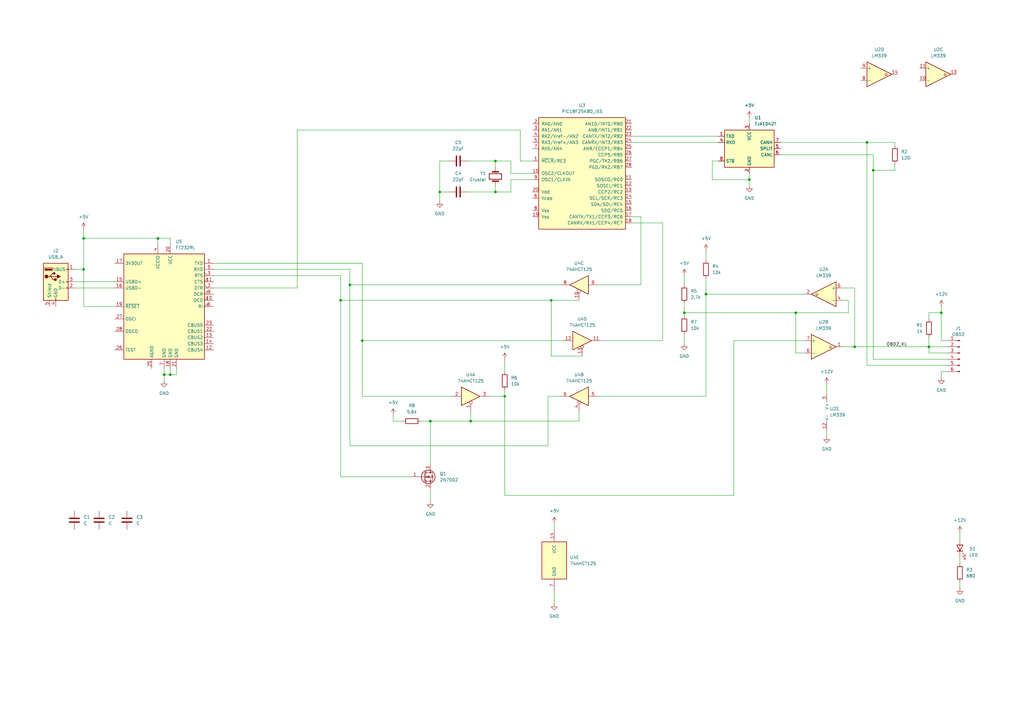
<source format=kicad_sch>
(kicad_sch (version 20250114) (generator "eeschema") (generator_version "9.0")
  (paper "A3")
  (lib_symbols
    (symbol "74xx:74AHCT125" (pin_names (offset 1.016))
      (property "Reference" "U" (at 0 1.27 0))
      (property "Value" "74AHCT125" (at 0 -1.27 0))
      (symbol "74AHCT125_1_0"
        (polyline (pts (xy -3.81 3.81) (xy -3.81 -3.81) (xy 3.81 0) (xy -3.81 3.81)) (stroke (width 0.254)) (fill (type background)))
        (pin input line (at -7.62 0 0) (length 3.81) (name "~") (number "2"))
        (pin input inverted (at 0 -6.35 90) (length 4.445) (name "~") (number "1"))
        (pin tri_state line (at 7.62 0 180) (length 3.81) (name "~") (number "3"))
      )
      (symbol "74AHCT125_2_0"
        (polyline (pts (xy -3.81 3.81) (xy -3.81 -3.81) (xy 3.81 0) (xy -3.81 3.81)) (stroke (width 0.254)) (fill (type background)))
        (pin input line (at -7.62 0 0) (length 3.81) (name "~") (number "5"))
        (pin input inverted (at 0 -6.35 90) (length 4.445) (name "~") (number "4"))
        (pin tri_state line (at 7.62 0 180) (length 3.81) (name "~") (number "6"))
      )
      (symbol "74AHCT125_3_0"
        (polyline (pts (xy -3.81 3.81) (xy -3.81 -3.81) (xy 3.81 0) (xy -3.81 3.81)) (stroke (width 0.254)) (fill (type background)))
        (pin input line (at -7.62 0 0) (length 3.81) (name "~") (number "9"))
        (pin input inverted (at 0 -6.35 90) (length 4.445) (name "~") (number "10"))
        (pin tri_state line (at 7.62 0 180) (length 3.81) (name "~") (number "8"))
      )
      (symbol "74AHCT125_4_0"
        (polyline (pts (xy -3.81 3.81) (xy -3.81 -3.81) (xy 3.81 0) (xy -3.81 3.81)) (stroke (width 0.254)) (fill (type background)))
        (pin input line (at -7.62 0 0) (length 3.81) (name "~") (number "12"))
        (pin input inverted (at 0 -6.35 90) (length 4.445) (name "~") (number "13"))
        (pin tri_state line (at 7.62 0 180) (length 3.81) (name "~") (number "11"))
      )
      (symbol "74AHCT125_5_0"
        (pin power_in line (at 0 12.7 270) (length 5.08) (name "VCC") (number "14"))
        (pin power_in line (at 0 -12.7 90) (length 5.08) (name "GND") (number "7"))
      )
      (symbol "74AHCT125_5_1"
        (rectangle (start -5.08 7.62) (end 5.08 -7.62) (stroke (width 0.254)) (fill (type background)))
      )
    )
    (symbol "Comparator:LM339" (pin_names (offset 0.127))
      (property "Reference" "U" (at 0 5.08 0))
      (property "Value" "LM339" (at 0 -5.08 0))
      (symbol "LM339_1_1"
        (polyline (pts (xy -5.08 5.08) (xy 5.08 0) (xy -5.08 -5.08) (xy -5.08 5.08)) (stroke (width 0.254)) (fill (type background)))
        (polyline (pts (xy 3.302 -0.508) (xy 2.794 -0.508) (xy 3.302 0) (xy 2.794 0.508) (xy 2.286 0) (xy 2.794 -0.508) (xy 2.286 -0.508)) (stroke (width 0.127)))
        (pin input line (at -7.62 2.54 0) (length 2.54) (name "+") (number "5"))
        (pin input line (at -7.62 -2.54 0) (length 2.54) (name "-") (number "4"))
        (pin open_collector line (at 7.62 0 180) (length 2.54) (name "~") (number "2"))
      )
      (symbol "LM339_2_1"
        (polyline (pts (xy -5.08 5.08) (xy 5.08 0) (xy -5.08 -5.08) (xy -5.08 5.08)) (stroke (width 0.254)) (fill (type background)))
        (polyline (pts (xy 3.302 -0.508) (xy 2.794 -0.508) (xy 3.302 0) (xy 2.794 0.508) (xy 2.286 0) (xy 2.794 -0.508) (xy 2.286 -0.508)) (stroke (width 0.127)))
        (pin input line (at -7.62 2.54 0) (length 2.54) (name "+") (number "7"))
        (pin input line (at -7.62 -2.54 0) (length 2.54) (name "-") (number "6"))
        (pin open_collector line (at 7.62 0 180) (length 2.54) (name "~") (number "1"))
      )
      (symbol "LM339_3_1"
        (polyline (pts (xy -5.08 5.08) (xy 5.08 0) (xy -5.08 -5.08) (xy -5.08 5.08)) (stroke (width 0.254)) (fill (type background)))
        (polyline (pts (xy 3.302 -0.508) (xy 2.794 -0.508) (xy 3.302 0) (xy 2.794 0.508) (xy 2.286 0) (xy 2.794 -0.508) (xy 2.286 -0.508)) (stroke (width 0.127)))
        (pin input line (at -7.62 2.54 0) (length 2.54) (name "+") (number "11"))
        (pin input line (at -7.62 -2.54 0) (length 2.54) (name "-") (number "10"))
        (pin open_collector line (at 7.62 0 180) (length 2.54) (name "~") (number "13"))
      )
      (symbol "LM339_4_1"
        (polyline (pts (xy -5.08 5.08) (xy 5.08 0) (xy -5.08 -5.08) (xy -5.08 5.08)) (stroke (width 0.254)) (fill (type background)))
        (polyline (pts (xy 3.302 -0.508) (xy 2.794 -0.508) (xy 3.302 0) (xy 2.794 0.508) (xy 2.286 0) (xy 2.794 -0.508) (xy 2.286 -0.508)) (stroke (width 0.127)))
        (pin input line (at -7.62 2.54 0) (length 2.54) (name "+") (number "9"))
        (pin input line (at -7.62 -2.54 0) (length 2.54) (name "-") (number "8"))
        (pin open_collector line (at 7.62 0 180) (length 2.54) (name "~") (number "14"))
      )
      (symbol "LM339_5_1"
        (pin power_in line (at -2.54 7.62 270) (length 3.81) (name "V+") (number "3"))
        (pin power_in line (at -2.54 -7.62 90) (length 3.81) (name "V-") (number "12"))
      )
    )
    (symbol "Connector:Conn_01x06_Pin" (pin_names (offset 1.016) (hide yes))
      (property "Reference" "J" (at 0 7.62 0))
      (property "Value" "Conn_01x06_Pin" (at 0 -10.16 0))
      (symbol "Conn_01x06_Pin_1_1"
        (rectangle (start 0.8636 5.207) (end 0 4.953) (stroke (width 0.1524)) (fill (type outline)))
        (rectangle (start 0.8636 2.667) (end 0 2.413) (stroke (width 0.1524)) (fill (type outline)))
        (rectangle (start 0.8636 0.127) (end 0 -0.127) (stroke (width 0.1524)) (fill (type outline)))
        (rectangle (start 0.8636 -2.413) (end 0 -2.667) (stroke (width 0.1524)) (fill (type outline)))
        (rectangle (start 0.8636 -4.953) (end 0 -5.207) (stroke (width 0.1524)) (fill (type outline)))
        (rectangle (start 0.8636 -7.493) (end 0 -7.747) (stroke (width 0.1524)) (fill (type outline)))
        (polyline (pts (xy 1.27 5.08) (xy 0.8636 5.08)) (stroke (width 0.1524)))
        (polyline (pts (xy 1.27 2.54) (xy 0.8636 2.54)) (stroke (width 0.1524)))
        (polyline (pts (xy 1.27 0) (xy 0.8636 0)) (stroke (width 0.1524)))
        (polyline (pts (xy 1.27 -2.54) (xy 0.8636 -2.54)) (stroke (width 0.1524)))
        (polyline (pts (xy 1.27 -5.08) (xy 0.8636 -5.08)) (stroke (width 0.1524)))
        (polyline (pts (xy 1.27 -7.62) (xy 0.8636 -7.62)) (stroke (width 0.1524)))
        (pin passive line (at 5.08 5.08 180) (length 3.81) (name "Pin_1") (number "1"))
        (pin passive line (at 5.08 2.54 180) (length 3.81) (name "Pin_2") (number "2"))
        (pin passive line (at 5.08 0 180) (length 3.81) (name "Pin_3") (number "3"))
        (pin passive line (at 5.08 -2.54 180) (length 3.81) (name "Pin_4") (number "4"))
        (pin passive line (at 5.08 -5.08 180) (length 3.81) (name "Pin_5") (number "5"))
        (pin passive line (at 5.08 -7.62 180) (length 3.81) (name "Pin_6") (number "6"))
      )
    )
    (symbol "Connector:USB_A" (pin_names (offset 1.016))
      (property "Reference" "J" (at -5.08 11.43 0))
      (property "Value" "USB_A" (at -5.08 8.89 0))
      (symbol "USB_A_0_1"
        (rectangle (start -5.08 -7.62) (end 5.08 7.62) (stroke (width 0.254)) (fill (type background)))
        (circle (center -3.81 2.159) (radius 0.635) (stroke (width 0.254)) (fill (type outline)))
        (polyline (pts (xy -3.175 2.159) (xy -2.54 2.159) (xy -1.27 3.429) (xy -0.635 3.429)) (stroke (width 0.254)))
        (polyline (pts (xy -2.54 2.159) (xy -1.905 2.159) (xy -1.27 0.889) (xy 0 0.889)) (stroke (width 0.254)))
        (rectangle (start -1.524 4.826) (end -4.318 5.334) (fill (type outline)))
        (rectangle (start -1.27 4.572) (end -4.572 5.842))
        (circle (center -0.635 3.429) (radius 0.381) (stroke (width 0.254)) (fill (type outline)))
        (rectangle (start -0.127 -7.62) (end 0.127 -6.858))
        (rectangle (start 0.254 1.27) (end -0.508 0.508) (stroke (width 0.254)) (fill (type outline)))
        (polyline (pts (xy 0.635 2.794) (xy 0.635 1.524) (xy 1.905 2.159) (xy 0.635 2.794)) (stroke (width 0.254)) (fill (type outline)))
        (rectangle (start 5.08 4.953) (end 4.318 5.207))
        (rectangle (start 5.08 -0.127) (end 4.318 0.127))
        (rectangle (start 5.08 -2.667) (end 4.318 -2.413))
      )
      (symbol "USB_A_1_1"
        (polyline (pts (xy -1.905 2.159) (xy 0.635 2.159)) (stroke (width 0.254)))
        (pin passive line (at -2.54 -10.16 90) (length 2.54) (name "Shield") (number "5"))
        (pin power_in line (at 0 -10.16 90) (length 2.54) (name "GND") (number "4"))
        (pin power_in line (at 7.62 5.08 180) (length 2.54) (name "VBUS") (number "1"))
        (pin bidirectional line (at 7.62 0 180) (length 2.54) (name "D+") (number "3"))
        (pin bidirectional line (at 7.62 -2.54 180) (length 2.54) (name "D-") (number "2"))
      )
    )
    (symbol "Device:C" (pin_numbers (hide yes)) (pin_names (offset 0.254))
      (property "Reference" "C" (at 0.635 2.54 0))
      (property "Value" "C" (at 0.635 -2.54 0))
      (symbol "C_0_1"
        (polyline (pts (xy -2.032 0.762) (xy 2.032 0.762)) (stroke (width 0.508)))
        (polyline (pts (xy -2.032 -0.762) (xy 2.032 -0.762)) (stroke (width 0.508)))
      )
      (symbol "C_1_1"
        (pin passive line (at 0 3.81 270) (length 2.794) (name "~") (number "1"))
        (pin passive line (at 0 -3.81 90) (length 2.794) (name "~") (number "2"))
      )
    )
    (symbol "Device:Crystal" (pin_numbers (hide yes)) (pin_names (offset 1.016) (hide yes))
      (property "Reference" "Y" (at 0 3.81 0))
      (property "Value" "Crystal" (at 0 -3.81 0))
      (symbol "Crystal_0_1"
        (polyline (pts (xy -2.54 0) (xy -1.905 0)))
        (polyline (pts (xy -1.905 -1.27) (xy -1.905 1.27)) (stroke (width 0.508)))
        (rectangle (start -1.143 2.54) (end 1.143 -2.54) (stroke (width 0.3048)))
        (polyline (pts (xy 1.905 -1.27) (xy 1.905 1.27)) (stroke (width 0.508)))
        (polyline (pts (xy 2.54 0) (xy 1.905 0)))
      )
      (symbol "Crystal_1_1"
        (pin passive line (at -3.81 0 0) (length 1.27) (name "1") (number "1"))
        (pin passive line (at 3.81 0 180) (length 1.27) (name "2") (number "2"))
      )
    )
    (symbol "Device:LED" (pin_numbers (hide yes)) (pin_names (offset 1.016) (hide yes))
      (property "Reference" "D" (at 0 2.54 0))
      (property "Value" "LED" (at 0 -2.54 0))
      (symbol "LED_0_1"
        (polyline (pts (xy -3.048 -0.762) (xy -4.572 -2.286) (xy -3.81 -2.286) (xy -4.572 -2.286) (xy -4.572 -1.524)))
        (polyline (pts (xy -1.778 -0.762) (xy -3.302 -2.286) (xy -2.54 -2.286) (xy -3.302 -2.286) (xy -3.302 -1.524)))
        (polyline (pts (xy -1.27 0) (xy 1.27 0)))
        (polyline (pts (xy -1.27 -1.27) (xy -1.27 1.27)) (stroke (width 0.254)))
        (polyline (pts (xy 1.27 -1.27) (xy 1.27 1.27) (xy -1.27 0) (xy 1.27 -1.27)) (stroke (width 0.254)))
      )
      (symbol "LED_1_1"
        (pin passive line (at -3.81 0 0) (length 2.54) (name "K") (number "1"))
        (pin passive line (at 3.81 0 180) (length 2.54) (name "A") (number "2"))
      )
    )
    (symbol "Device:R" (pin_numbers (hide yes)) (pin_names (offset 0))
      (property "Reference" "R" (at 2.032 0 90))
      (property "Value" "R" (at 0 0 90))
      (symbol "R_0_1"
        (rectangle (start -1.016 -2.54) (end 1.016 2.54) (stroke (width 0.254)))
      )
      (symbol "R_1_1"
        (pin passive line (at 0 3.81 270) (length 1.27) (name "~") (number "1"))
        (pin passive line (at 0 -3.81 90) (length 1.27) (name "~") (number "2"))
      )
    )
    (symbol "Interface_CAN_LIN:TJA1042T"
      (property "Reference" "U" (at -10.16 8.89 0))
      (property "Value" "TJA1042T" (at 1.27 8.89 0))
      (symbol "TJA1042T_0_1"
        (rectangle (start -10.16 7.62) (end 10.16 -7.62) (stroke (width 0.254)) (fill (type background)))
      )
      (symbol "TJA1042T_1_1"
        (pin input line (at -12.7 5.08 0) (length 2.54) (name "TXD") (number "1"))
        (pin output line (at -12.7 2.54 0) (length 2.54) (name "RXD") (number "4"))
        (pin input line (at -12.7 -5.08 0) (length 2.54) (name "STB") (number "8"))
        (pin power_in line (at 0 10.16 270) (length 2.54) (name "VCC") (number "3"))
        (pin power_in line (at 0 -10.16 90) (length 2.54) (name "GND") (number "2"))
        (pin bidirectional line (at 12.7 2.54 180) (length 2.54) (name "CANH") (number "7"))
        (pin power_out line (at 12.7 0 180) (length 2.54) (name "SPLIT") (number "5"))
        (pin bidirectional line (at 12.7 -2.54 180) (length 2.54) (name "CANL") (number "6"))
      )
    )
    (symbol "Interface_USB:FT232RL"
      (property "Reference" "U" (at -16.51 22.86 0))
      (property "Value" "FT232RL" (at 10.16 22.86 0))
      (symbol "FT232RL_0_1"
        (rectangle (start -16.51 21.59) (end 16.51 -21.59) (stroke (width 0.254)) (fill (type background)))
      )
      (symbol "FT232RL_1_1"
        (pin power_out line (at -20.32 17.78 0) (length 3.81) (name "3V3OUT") (number "17"))
        (pin bidirectional line (at -20.32 10.16 0) (length 3.81) (name "USBD+") (number "15"))
        (pin bidirectional line (at -20.32 7.62 0) (length 3.81) (name "USBD-") (number "16"))
        (pin input line (at -20.32 0 0) (length 3.81) (name "~{RESET}") (number "19"))
        (pin input line (at -20.32 -5.08 0) (length 3.81) (name "OSCI") (number "27"))
        (pin output line (at -20.32 -10.16 0) (length 3.81) (name "OSCO") (number "28"))
        (pin input line (at -20.32 -17.78 0) (length 3.81) (name "TEST") (number "26"))
        (pin power_in line (at -5.08 -25.4 90) (length 3.81) (name "AGND") (number "25"))
        (pin power_in line (at -2.54 25.4 270) (length 3.81) (name "VCCIO") (number "4"))
        (pin power_in line (at 0 -25.4 90) (length 3.81) (name "GND") (number "7"))
        (pin power_in line (at 2.54 25.4 270) (length 3.81) (name "VCC") (number "20"))
        (pin power_in line (at 2.54 -25.4 90) (length 3.81) (name "GND") (number "18"))
        (pin power_in line (at 5.08 -25.4 90) (length 3.81) (name "GND") (number "21"))
        (pin output line (at 20.32 17.78 180) (length 3.81) (name "TXD") (number "1"))
        (pin input line (at 20.32 15.24 180) (length 3.81) (name "RXD") (number "5"))
        (pin output output_low (at 20.32 12.7 180) (length 3.81) (name "RTS") (number "3"))
        (pin input input_low (at 20.32 10.16 180) (length 3.81) (name "CTS") (number "11"))
        (pin output output_low (at 20.32 7.62 180) (length 3.81) (name "DTR") (number "2"))
        (pin input input_low (at 20.32 5.08 180) (length 3.81) (name "DCR") (number "9"))
        (pin input input_low (at 20.32 2.54 180) (length 3.81) (name "DCD") (number "10"))
        (pin input input_low (at 20.32 0 180) (length 3.81) (name "RI") (number "6"))
        (pin bidirectional line (at 20.32 -7.62 180) (length 3.81) (name "CBUS0") (number "23"))
        (pin bidirectional line (at 20.32 -10.16 180) (length 3.81) (name "CBUS1") (number "22"))
        (pin bidirectional line (at 20.32 -12.7 180) (length 3.81) (name "CBUS2") (number "13"))
        (pin bidirectional line (at 20.32 -15.24 180) (length 3.81) (name "CBUS3") (number "14"))
        (pin bidirectional line (at 20.32 -17.78 180) (length 3.81) (name "CBUS4") (number "12"))
      )
    )
    (symbol "MCU_Microchip_PIC18:PIC18F25K80_ISS" (pin_names (offset 1.016))
      (property "Reference" "U" (at -17.78 24.13 0))
      (property "Value" "PIC18F25K80_ISS" (at 17.78 24.13 0))
      (symbol "PIC18F25K80_ISS_0_1"
        (rectangle (start -17.78 22.86) (end 17.78 -22.86) (stroke (width 0.254)) (fill (type background)))
      )
      (symbol "PIC18F25K80_ISS_1_1"
        (pin bidirectional line (at -20.32 20.32 0) (length 2.54) (name "RA0/AN0") (number "2"))
        (pin bidirectional line (at -20.32 17.78 0) (length 2.54) (name "RA1/AN1") (number "3"))
        (pin bidirectional line (at -20.32 15.24 0) (length 2.54) (name "RA2/Vref-/AN2") (number "4"))
        (pin bidirectional line (at -20.32 12.7 0) (length 2.54) (name "RA3/Vref+/AN3") (number "5"))
        (pin bidirectional line (at -20.32 10.16 0) (length 2.54) (name "RA5/AN4") (number "7"))
        (pin bidirectional line (at -20.32 5.08 0) (length 2.54) (name "~{MCLR}/RE3") (number "1"))
        (pin input line (at -20.32 0 0) (length 2.54) (name "OSC2/CLKOUT") (number "10"))
        (pin input line (at -20.32 -2.54 0) (length 2.54) (name "OSC1/CLKIN") (number "9"))
        (pin power_in line (at -20.32 -7.62 0) (length 2.54) (name "Vdd") (number "20"))
        (pin power_in line (at -20.32 -10.16 0) (length 2.54) (name "Vcap") (number "6"))
        (pin power_in line (at -20.32 -15.24 0) (length 2.54) (name "Vss") (number "8"))
        (pin power_in line (at -20.32 -17.78 0) (length 2.54) (name "Vss") (number "19"))
        (pin bidirectional line (at 20.32 20.32 180) (length 2.54) (name "AN10/INT0/RB0") (number "21"))
        (pin bidirectional line (at 20.32 17.78 180) (length 2.54) (name "AN8/INT1/RB1") (number "22"))
        (pin bidirectional line (at 20.32 15.24 180) (length 2.54) (name "CANTX/INT2/RB2") (number "23"))
        (pin bidirectional line (at 20.32 12.7 180) (length 2.54) (name "CANRX/INT3/RB3") (number "24"))
        (pin bidirectional line (at 20.32 10.16 180) (length 2.54) (name "AN9/ECCP1/RB4") (number "25"))
        (pin bidirectional line (at 20.32 7.62 180) (length 2.54) (name "CCP5/RB5") (number "26"))
        (pin bidirectional line (at 20.32 5.08 180) (length 2.54) (name "PGC/TX2/RB6") (number "27"))
        (pin bidirectional line (at 20.32 2.54 180) (length 2.54) (name "PGD/RX2/RB7") (number "28"))
        (pin bidirectional line (at 20.32 -2.54 180) (length 2.54) (name "SOSCO/RC0") (number "11"))
        (pin bidirectional line (at 20.32 -5.08 180) (length 2.54) (name "SOSCI/RC1") (number "12"))
        (pin bidirectional line (at 20.32 -7.62 180) (length 2.54) (name "CCP2/RC2") (number "13"))
        (pin bidirectional line (at 20.32 -10.16 180) (length 2.54) (name "SCL/SCK/RC3") (number "14"))
        (pin bidirectional line (at 20.32 -12.7 180) (length 2.54) (name "SDA/SDI/RC4") (number "15"))
        (pin bidirectional line (at 20.32 -15.24 180) (length 2.54) (name "SDO/RC5") (number "16"))
        (pin bidirectional line (at 20.32 -17.78 180) (length 2.54) (name "CANTX/TX1/CCP3/RC6") (number "17"))
        (pin bidirectional line (at 20.32 -20.32 180) (length 2.54) (name "CANRX/RX1/CCP4/RC7") (number "18"))
      )
    )
    (symbol "Transistor_FET:2N7002" (pin_names (hide yes))
      (property "Reference" "Q" (at 5.08 1.905 0))
      (property "Value" "2N7002" (at 5.08 0 0))
      (symbol "2N7002_0_1"
        (polyline (pts (xy 0.254 1.905) (xy 0.254 -1.905)) (stroke (width 0.254)))
        (polyline (pts (xy 0.254 0) (xy -2.54 0)))
        (polyline (pts (xy 0.762 2.286) (xy 0.762 1.27)) (stroke (width 0.254)))
        (polyline (pts (xy 0.762 0.508) (xy 0.762 -0.508)) (stroke (width 0.254)))
        (polyline (pts (xy 0.762 -1.27) (xy 0.762 -2.286)) (stroke (width 0.254)))
        (polyline (pts (xy 0.762 -1.778) (xy 3.302 -1.778) (xy 3.302 1.778) (xy 0.762 1.778)))
        (polyline (pts (xy 1.016 0) (xy 2.032 0.381) (xy 2.032 -0.381) (xy 1.016 0)) (fill (type outline)))
        (circle (center 1.651 0) (radius 2.794) (stroke (width 0.254)))
        (polyline (pts (xy 2.54 2.54) (xy 2.54 1.778)))
        (circle (center 2.54 1.778) (radius 0.254) (fill (type outline)))
        (circle (center 2.54 -1.778) (radius 0.254) (fill (type outline)))
        (polyline (pts (xy 2.54 -2.54) (xy 2.54 0) (xy 0.762 0)))
        (polyline (pts (xy 2.794 0.508) (xy 2.921 0.381) (xy 3.683 0.381) (xy 3.81 0.254)))
        (polyline (pts (xy 3.302 0.381) (xy 2.921 -0.254) (xy 3.683 -0.254) (xy 3.302 0.381)))
      )
      (symbol "2N7002_1_1"
        (pin input line (at -5.08 0 0) (length 2.54) (name "G") (number "1"))
        (pin passive line (at 2.54 5.08 270) (length 2.54) (name "D") (number "3"))
        (pin passive line (at 2.54 -5.08 90) (length 2.54) (name "S") (number "2"))
      )
    )
    (symbol "power:+12V" (power) (pin_numbers (hide yes)) (pin_names (offset 0) (hide yes))
      (property "Value" "+12V" (at 0 3.556 0))
      (symbol "+12V_0_1"
        (polyline (pts (xy -0.762 1.27) (xy 0 2.54)))
        (polyline (pts (xy 0 2.54) (xy 0.762 1.27)))
        (polyline (pts (xy 0 0) (xy 0 2.54)))
      )
      (symbol "+12V_1_1"
        (pin power_in line (at 0 0 90) (length 0) (name "~") (number "1"))
      )
    )
    (symbol "power:+5V" (power) (pin_numbers (hide yes)) (pin_names (offset 0) (hide yes))
      (property "Value" "+5V" (at 0 3.556 0))
      (symbol "+5V_0_1"
        (polyline (pts (xy -0.762 1.27) (xy 0 2.54)))
        (polyline (pts (xy 0 2.54) (xy 0.762 1.27)))
        (polyline (pts (xy 0 0) (xy 0 2.54)))
      )
      (symbol "+5V_1_1"
        (pin power_in line (at 0 0 90) (length 0) (name "~") (number "1"))
      )
    )
    (symbol "power:GND" (power) (pin_numbers (hide yes)) (pin_names (offset 0) (hide yes))
      (property "Value" "GND" (at 0 -3.81 0))
      (symbol "GND_0_1"
        (polyline (pts (xy 0 0) (xy 0 -1.27) (xy 1.27 -1.27) (xy 0 -2.54) (xy -1.27 -1.27) (xy 0 -1.27)))
      )
      (symbol "GND_1_1"
        (pin power_in line (at 0 0 270) (length 0) (name "~") (number "1"))
      )
    )
  )
  (junction (at 69.85 153.67))
  (junction (at 207.01 162.56))
  (junction (at 280.67 128.27))
  (junction (at 203.2 78.74))
  (junction (at 350.52 142.24))
  (junction (at 176.53 172.72))
  (junction (at 34.29 110.49))
  (junction (at 143.51 116.84))
  (junction (at 67.31 153.67))
  (junction (at 386.08 128.27))
  (junction (at 289.56 120.65))
  (junction (at 358.14 69.85))
  (junction (at 355.6 58.42))
  (junction (at 203.2 66.04))
  (junction (at 381 142.24))
  (junction (at 148.59 139.7))
  (junction (at 180.34 78.74))
  (junction (at 226.06 123.19))
  (junction (at 307.34 73.66))
  (junction (at 139.7 123.19))
  (junction (at 34.29 97.79))
  (junction (at 64.77 97.79))
  (junction (at 326.39 128.27))
  (junction (at 193.04 172.72))
  (wire (pts (xy 245.11 162.56) (xy 289.56 162.56)))
  (wire (pts (xy 227.33 242.57) (xy 227.33 247.65)))
  (wire (pts (xy 259.08 91.44) (xy 271.78 91.44)))
  (wire (pts (xy 347.98 123.19) (xy 347.98 128.27)))
  (wire (pts (xy 34.29 93.98) (xy 34.29 97.79)))
  (wire (pts (xy 326.39 128.27) (xy 347.98 128.27)))
  (wire (pts (xy 393.7 228.6) (xy 393.7 231.14)))
  (wire (pts (xy 229.87 162.56) (xy 224.79 162.56)))
  (wire (pts (xy 350.52 118.11) (xy 350.52 142.24)))
  (wire (pts (xy 355.6 58.42) (xy 355.6 149.86)))
  (wire (pts (xy 34.29 110.49) (xy 30.48 110.49)))
  (wire (pts (xy 307.34 71.12) (xy 307.34 73.66)))
  (wire (pts (xy 69.85 100.33) (xy 69.85 97.79)))
  (wire (pts (xy 355.6 149.86) (xy 388.62 149.86)))
  (wire (pts (xy 262.89 88.9) (xy 262.89 116.84)))
  (wire (pts (xy 139.7 123.19) (xy 139.7 195.58)))
  (wire (pts (xy 69.85 153.67) (xy 67.31 153.67)))
  (wire (pts (xy 207.01 147.32) (xy 207.01 152.4)))
  (wire (pts (xy 381 142.24) (xy 388.62 142.24)))
  (wire (pts (xy 69.85 97.79) (xy 64.77 97.79)))
  (wire (pts (xy 213.36 53.34) (xy 213.36 66.04)))
  (wire (pts (xy 292.1 73.66) (xy 307.34 73.66)))
  (wire (pts (xy 67.31 153.67) (xy 67.31 156.21)))
  (wire (pts (xy 191.77 66.04) (xy 203.2 66.04)))
  (wire (pts (xy 180.34 78.74) (xy 180.34 82.55)))
  (wire (pts (xy 30.48 118.11) (xy 46.99 118.11)))
  (wire (pts (xy 280.67 128.27) (xy 280.67 129.54)))
  (wire (pts (xy 207.01 162.56) (xy 207.01 160.02)))
  (wire (pts (xy 259.08 58.42) (xy 294.64 58.42)))
  (wire (pts (xy 367.03 58.42) (xy 355.6 58.42)))
  (wire (pts (xy 224.79 182.88) (xy 143.51 182.88)))
  (wire (pts (xy 289.56 120.65) (xy 289.56 162.56)))
  (wire (pts (xy 184.15 66.04) (xy 180.34 66.04)))
  (wire (pts (xy 237.49 172.72) (xy 237.49 168.91)))
  (wire (pts (xy 226.06 123.19) (xy 237.49 123.19)))
  (wire (pts (xy 176.53 200.66) (xy 176.53 205.74)))
  (wire (pts (xy 358.14 147.32) (xy 388.62 147.32)))
  (wire (pts (xy 207.01 203.2) (xy 207.01 162.56)))
  (wire (pts (xy 345.44 142.24) (xy 350.52 142.24)))
  (wire (pts (xy 367.03 59.69) (xy 367.03 58.42)))
  (wire (pts (xy 289.56 120.65) (xy 330.2 120.65)))
  (wire (pts (xy 280.67 113.03) (xy 280.67 116.84)))
  (wire (pts (xy 87.63 118.11) (xy 121.92 118.11)))
  (wire (pts (xy 203.2 66.04) (xy 209.55 66.04)))
  (wire (pts (xy 393.7 238.76) (xy 393.7 241.3)))
  (wire (pts (xy 209.55 73.66) (xy 218.44 73.66)))
  (wire (pts (xy 259.08 88.9) (xy 262.89 88.9)))
  (wire (pts (xy 161.29 172.72) (xy 165.1 172.72)))
  (wire (pts (xy 193.04 172.72) (xy 237.49 172.72)))
  (wire (pts (xy 224.79 162.56) (xy 224.79 182.88)))
  (wire (pts (xy 200.66 162.56) (xy 207.01 162.56)))
  (wire (pts (xy 143.51 110.49) (xy 143.51 116.84)))
  (wire (pts (xy 148.59 107.95) (xy 148.59 139.7)))
  (wire (pts (xy 388.62 144.78) (xy 381 144.78)))
  (wire (pts (xy 209.55 78.74) (xy 209.55 73.66)))
  (wire (pts (xy 300.99 203.2) (xy 207.01 203.2)))
  (wire (pts (xy 326.39 144.78) (xy 330.2 144.78)))
  (wire (pts (xy 386.08 125.73) (xy 386.08 128.27)))
  (wire (pts (xy 148.59 139.7) (xy 231.14 139.7)))
  (wire (pts (xy 358.14 63.5) (xy 358.14 69.85)))
  (wire (pts (xy 34.29 97.79) (xy 34.29 110.49)))
  (wire (pts (xy 345.44 123.19) (xy 347.98 123.19)))
  (wire (pts (xy 238.76 146.05) (xy 226.06 146.05)))
  (wire (pts (xy 139.7 113.03) (xy 139.7 123.19)))
  (wire (pts (xy 381 144.78) (xy 381 142.24)))
  (wire (pts (xy 292.1 66.04) (xy 292.1 73.66)))
  (wire (pts (xy 161.29 170.18) (xy 161.29 172.72)))
  (wire (pts (xy 180.34 66.04) (xy 180.34 78.74)))
  (wire (pts (xy 72.39 151.13) (xy 72.39 153.67)))
  (wire (pts (xy 143.51 116.84) (xy 143.51 182.88)))
  (wire (pts (xy 386.08 139.7) (xy 388.62 139.7)))
  (wire (pts (xy 203.2 78.74) (xy 209.55 78.74)))
  (wire (pts (xy 245.11 116.84) (xy 262.89 116.84)))
  (wire (pts (xy 193.04 168.91) (xy 193.04 172.72)))
  (wire (pts (xy 307.34 48.26) (xy 307.34 50.8)))
  (wire (pts (xy 87.63 107.95) (xy 148.59 107.95)))
  (wire (pts (xy 289.56 114.3) (xy 289.56 120.65)))
  (wire (pts (xy 320.04 58.42) (xy 355.6 58.42)))
  (wire (pts (xy 139.7 195.58) (xy 168.91 195.58)))
  (wire (pts (xy 203.2 76.2) (xy 203.2 78.74)))
  (wire (pts (xy 330.2 139.7) (xy 300.99 139.7)))
  (wire (pts (xy 326.39 128.27) (xy 326.39 144.78)))
  (wire (pts (xy 280.67 137.16) (xy 280.67 140.97)))
  (wire (pts (xy 69.85 151.13) (xy 69.85 153.67)))
  (wire (pts (xy 280.67 124.46) (xy 280.67 128.27)))
  (wire (pts (xy 271.78 91.44) (xy 271.78 139.7)))
  (wire (pts (xy 229.87 116.84) (xy 143.51 116.84)))
  (wire (pts (xy 148.59 162.56) (xy 148.59 139.7)))
  (wire (pts (xy 393.7 218.44) (xy 393.7 220.98)))
  (wire (pts (xy 300.99 139.7) (xy 300.99 203.2)))
  (wire (pts (xy 339.09 157.48) (xy 339.09 161.29)))
  (wire (pts (xy 64.77 97.79) (xy 64.77 100.33)))
  (wire (pts (xy 191.77 78.74) (xy 203.2 78.74)))
  (wire (pts (xy 30.48 115.57) (xy 46.99 115.57)))
  (wire (pts (xy 209.55 71.12) (xy 218.44 71.12)))
  (wire (pts (xy 289.56 102.87) (xy 289.56 106.68)))
  (wire (pts (xy 172.72 172.72) (xy 176.53 172.72)))
  (wire (pts (xy 386.08 152.4) (xy 386.08 154.94)))
  (wire (pts (xy 203.2 68.58) (xy 203.2 66.04)))
  (wire (pts (xy 350.52 142.24) (xy 381 142.24)))
  (wire (pts (xy 320.04 63.5) (xy 358.14 63.5)))
  (wire (pts (xy 259.08 55.88) (xy 294.64 55.88)))
  (wire (pts (xy 34.29 125.73) (xy 34.29 110.49)))
  (wire (pts (xy 294.64 66.04) (xy 292.1 66.04)))
  (wire (pts (xy 121.92 53.34) (xy 213.36 53.34)))
  (wire (pts (xy 139.7 123.19) (xy 226.06 123.19)))
  (wire (pts (xy 381 128.27) (xy 386.08 128.27)))
  (wire (pts (xy 34.29 97.79) (xy 64.77 97.79)))
  (wire (pts (xy 121.92 118.11) (xy 121.92 53.34)))
  (wire (pts (xy 226.06 123.19) (xy 226.06 146.05)))
  (wire (pts (xy 180.34 78.74) (xy 184.15 78.74)))
  (wire (pts (xy 148.59 162.56) (xy 185.42 162.56)))
  (wire (pts (xy 176.53 190.5) (xy 176.53 172.72)))
  (wire (pts (xy 176.53 172.72) (xy 193.04 172.72)))
  (wire (pts (xy 213.36 66.04) (xy 218.44 66.04)))
  (wire (pts (xy 87.63 113.03) (xy 139.7 113.03)))
  (wire (pts (xy 367.03 67.31) (xy 367.03 69.85)))
  (wire (pts (xy 209.55 66.04) (xy 209.55 71.12)))
  (wire (pts (xy 280.67 128.27) (xy 326.39 128.27)))
  (wire (pts (xy 307.34 73.66) (xy 307.34 76.2)))
  (wire (pts (xy 72.39 153.67) (xy 69.85 153.67)))
  (wire (pts (xy 143.51 110.49) (xy 87.63 110.49)))
  (wire (pts (xy 381 130.81) (xy 381 128.27)))
  (wire (pts (xy 67.31 151.13) (xy 67.31 153.67)))
  (wire (pts (xy 358.14 69.85) (xy 358.14 147.32)))
  (wire (pts (xy 227.33 214.63) (xy 227.33 217.17)))
  (wire (pts (xy 386.08 128.27) (xy 386.08 139.7)))
  (wire (pts (xy 271.78 139.7) (xy 246.38 139.7)))
  (wire (pts (xy 345.44 118.11) (xy 350.52 118.11)))
  (wire (pts (xy 367.03 69.85) (xy 358.14 69.85)))
  (wire (pts (xy 388.62 152.4) (xy 386.08 152.4)))
  (wire (pts (xy 339.09 176.53) (xy 339.09 179.07)))
  (wire (pts (xy 46.99 125.73) (xy 34.29 125.73)))
  (wire (pts (xy 381 138.43) (xy 381 142.24)))
  (label "OBD2_KL" (at 372.11 142.24 180))
  (symbol (lib_id "power:+12V") (at 393.7 218.44 0) (unit 1)
    (property "Reference" "#PWR016" (effects (hide yes)))
    (property "Value" "+12V" (at 393.7 213.36 0))
    (property "Description" "Power symbol creates a global label with name \"+12V\"" (effects (hide yes)))
  )
  (symbol (lib_id "Comparator:LM339") (at 341.63 168.91 0) (unit 5)
    (property "Reference" "U2" (at 340.36 167.6399 0) (effects (justify left)))
    (property "Value" "LM339" (at 340.36 170.1799 0) (effects (justify left)))
    (property "Datasheet" "https://www.st.com/resource/en/datasheet/lm139.pdf" (effects (hide yes)))
    (property "Description" "Quad Differential Comparators, SOIC-14/TSSOP-14" (effects (hide yes)))
  )
  (symbol (lib_id "Device:C") (at 187.96 78.74 90) (unit 1)
    (property "Reference" "C4" (at 187.96 71.12 90))
    (property "Value" "22pF" (at 187.96 73.66 90))
    (property "Description" "Unpolarized capacitor" (effects (hide yes)))
  )
  (symbol (lib_id "power:GND") (at 227.33 247.65 0) (unit 1)
    (property "Reference" "#PWR018" (effects (hide yes)))
    (property "Value" "GND" (at 227.33 252.73 0))
    (property "Description" "Power symbol creates a global label with name \"GND\" , ground" (effects (hide yes)))
  )
  (symbol (lib_id "power:+12V") (at 339.09 157.48 0) (unit 1)
    (property "Reference" "#PWR02" (effects (hide yes)))
    (property "Value" "+12V" (at 339.09 152.4 0))
    (property "Description" "Power symbol creates a global label with name \"+12V\"" (effects (hide yes)))
  )
  (symbol (lib_id "Device:R") (at 280.67 133.35 0) (unit 1)
    (property "Reference" "R7" (at 283.21 132.0799 0) (effects (justify left)))
    (property "Value" "10k" (at 283.21 134.6199 0) (effects (justify left)))
    (property "Description" "Resistor" (effects (hide yes)))
  )
  (symbol (lib_id "Device:R") (at 381 134.62 0) (mirror y) (unit 1)
    (property "Reference" "R1" (at 378.46 133.3499 0) (effects (justify left)))
    (property "Value" "1k" (at 378.46 135.8899 0) (effects (justify left)))
    (property "Description" "Resistor" (effects (hide yes)))
  )
  (symbol (lib_id "power:GND") (at 386.08 154.94 0) (unit 1)
    (property "Reference" "#PWR04" (effects (hide yes)))
    (property "Value" "GND" (at 386.08 160.02 0))
    (property "Description" "Power symbol creates a global label with name \"GND\" , ground" (effects (hide yes)))
  )
  (symbol (lib_id "MCU_Microchip_PIC18:PIC18F25K80_ISS") (at 238.76 71.12 0) (unit 1)
    (property "Reference" "U3" (at 238.76 43.18 0))
    (property "Value" "PIC18F25K80_ISS" (at 238.76 45.72 0))
    (property "Footprint" "Package_SO:SSOP-28_5.3x10.2mm_P0.65mm" (effects (hide yes)))
    (property "Datasheet" "http://ww1.microchip.com/downloads/en/DeviceDoc/39977f.pdf" (effects (hide yes)))
    (property "Description" "32K Flash, 3.5K RAM, 1K EEPROM, PIC18 Microcontroller ADC PWM CAN SPI I2C USART in SSOP28 package" (effects (hide yes)))
  )
  (symbol (lib_id "74xx:74AHCT125") (at 237.49 116.84 0) (mirror y) (unit 3)
    (property "Reference" "U4" (at 237.49 107.95 0))
    (property "Value" "74AHCT125" (at 237.49 110.49 0))
    (property "Footprint" "Package_SO:SOIC-14_3.9x8.7mm_P1.27mm" (effects (hide yes)))
    (property "Datasheet" "https://www.ti.com/lit/ds/symlink/sn74ahct125.pdf" (effects (hide yes)))
    (property "Description" "Quadruple Bus Buffer Gates With 3-State Outputs" (effects (hide yes)))
  )
  (symbol (lib_id "power:+5V") (at 207.01 147.32 0) (unit 1)
    (property "Reference" "#PWR010" (effects (hide yes)))
    (property "Value" "+5V" (at 207.01 142.24 0))
    (property "Description" "Power symbol creates a global label with name \"+5V\"" (effects (hide yes)))
  )
  (symbol (lib_id "power:+5V") (at 307.34 48.26 0) (unit 1)
    (property "Reference" "#PWR015" (effects (hide yes)))
    (property "Value" "+5V" (at 307.34 43.18 0))
    (property "Description" "Power symbol creates a global label with name \"+5V\"" (effects (hide yes)))
  )
  (symbol (lib_id "power:GND") (at 307.34 76.2 0) (unit 1)
    (property "Reference" "#PWR014" (effects (hide yes)))
    (property "Value" "GND" (at 307.34 81.28 0))
    (property "Description" "Power symbol creates a global label with name \"GND\" , ground" (effects (hide yes)))
  )
  (symbol (lib_id "power:GND") (at 393.7 241.3 0) (unit 1)
    (property "Reference" "#PWR017" (effects (hide yes)))
    (property "Value" "GND" (at 393.7 246.38 0))
    (property "Description" "Power symbol creates a global label with name \"GND\" , ground" (effects (hide yes)))
  )
  (symbol (lib_id "Device:Crystal") (at 203.2 72.39 90) (unit 1)
    (property "Reference" "Y1" (at 199.39 71.1199 90) (effects (justify left)))
    (property "Value" "Crystal" (at 199.39 73.6599 90) (effects (justify left)))
    (property "Footprint" "Crystal:Crystal_HC49-U_Vertical" (effects (hide yes)))
    (property "Description" "Two pin crystal" (effects (hide yes)))
  )
  (symbol (lib_id "Connector:USB_A") (at 22.86 115.57 0) (unit 1)
    (property "Reference" "J2" (at 22.86 102.87 0))
    (property "Value" "USB_A" (at 22.86 105.41 0))
    (property "Footprint" "Connector_USB:USB_A_Kycon_KUSBX-AS1N-B_Horizontal" (effects (hide yes)))
    (property "Description" "USB Type A connector" (effects (hide yes)))
  )
  (symbol (lib_id "Comparator:LM339") (at 337.82 142.24 0) (unit 2)
    (property "Reference" "U2" (at 337.82 132.08 0))
    (property "Value" "LM339" (at 337.82 134.62 0))
    (property "Datasheet" "https://www.st.com/resource/en/datasheet/lm139.pdf" (effects (hide yes)))
    (property "Description" "Quad Differential Comparators, SOIC-14/TSSOP-14" (effects (hide yes)))
  )
  (symbol (lib_id "Device:R") (at 367.03 63.5 0) (unit 1)
    (property "Reference" "R2" (at 369.57 62.2299 0) (effects (justify left)))
    (property "Value" "120" (at 369.57 64.7699 0) (effects (justify left)))
    (property "Description" "Resistor" (effects (hide yes)))
  )
  (symbol (lib_id "Device:R") (at 280.67 120.65 0) (unit 1)
    (property "Reference" "R5" (at 283.21 119.3799 0) (effects (justify left)))
    (property "Value" "2.7k" (at 283.21 121.9199 0) (effects (justify left)))
    (property "Description" "Resistor" (effects (hide yes)))
  )
  (symbol (lib_id "power:GND") (at 180.34 82.55 0) (unit 1)
    (property "Reference" "#PWR06" (effects (hide yes)))
    (property "Value" "GND" (at 180.34 87.63 0))
    (property "Description" "Power symbol creates a global label with name \"GND\" , ground" (effects (hide yes)))
  )
  (symbol (lib_id "Device:C") (at 30.48 213.36 0) (unit 1)
    (property "Reference" "C1" (at 34.29 212.0899 0) (effects (justify left)))
    (property "Value" "C" (at 34.29 214.6299 0) (effects (justify left)))
    (property "Description" "Unpolarized capacitor" (effects (hide yes)))
  )
  (symbol (lib_id "Device:C") (at 52.07 213.36 0) (unit 1)
    (property "Reference" "C3" (at 55.88 212.0899 0) (effects (justify left)))
    (property "Value" "C" (at 55.88 214.6299 0) (effects (justify left)))
    (property "Description" "Unpolarized capacitor" (effects (hide yes)))
  )
  (symbol (lib_id "power:GND") (at 280.67 140.97 0) (unit 1)
    (property "Reference" "#PWR011" (effects (hide yes)))
    (property "Value" "GND" (at 280.67 146.05 0))
    (property "Description" "Power symbol creates a global label with name \"GND\" , ground" (effects (hide yes)))
  )
  (symbol (lib_id "power:+5V") (at 289.56 102.87 0) (unit 1)
    (property "Reference" "#PWR08" (effects (hide yes)))
    (property "Value" "+5V" (at 289.56 97.79 0))
    (property "Description" "Power symbol creates a global label with name \"+5V\"" (effects (hide yes)))
  )
  (symbol (lib_id "Interface_CAN_LIN:TJA1042T") (at 307.34 60.96 0) (unit 1)
    (property "Reference" "U1" (at 309.4833 48.26 0) (effects (justify left)))
    (property "Value" "TJA1042T" (at 309.4833 50.8 0) (effects (justify left)))
    (property "Footprint" "Package_SO:SOIC-8_3.9x4.9mm_P1.27mm" (effects (hide yes)))
    (property "Datasheet" "http://www.nxp.com/docs/en/data-sheet/TJA1042.pdf" (effects (hide yes)))
    (property "Description" "High-Speed CAN Transceiver, standby mode, split pin, SOIC-8" (effects (hide yes)))
  )
  (symbol (lib_id "power:+5V") (at 161.29 170.18 0) (unit 1)
    (property "Reference" "#PWR05" (effects (hide yes)))
    (property "Value" "+5V" (at 161.29 165.1 0))
    (property "Description" "Power symbol creates a global label with name \"+5V\"" (effects (hide yes)))
  )
  (symbol (lib_id "74xx:74AHCT125") (at 237.49 162.56 0) (mirror y) (unit 2)
    (property "Reference" "U4" (at 237.49 153.67 0))
    (property "Value" "74AHCT125" (at 237.49 156.21 0))
    (property "Footprint" "Package_SO:SOIC-14_3.9x8.7mm_P1.27mm" (effects (hide yes)))
    (property "Datasheet" "https://www.ti.com/lit/ds/symlink/sn74ahct125.pdf" (effects (hide yes)))
    (property "Description" "Quadruple Bus Buffer Gates With 3-State Outputs" (effects (hide yes)))
  )
  (symbol (lib_id "power:+5V") (at 34.29 93.98 0) (unit 1)
    (property "Reference" "#PWR01" (effects (hide yes)))
    (property "Value" "+5V" (at 34.29 88.9 0))
    (property "Description" "Power symbol creates a global label with name \"+5V\"" (effects (hide yes)))
  )
  (symbol (lib_id "power:+5V") (at 280.67 113.03 0) (unit 1)
    (property "Reference" "#PWR09" (effects (hide yes)))
    (property "Value" "+5V" (at 280.67 107.95 0))
    (property "Description" "Power symbol creates a global label with name \"+5V\"" (effects (hide yes)))
  )
  (symbol (lib_id "power:GND") (at 67.31 156.21 0) (unit 1)
    (property "Reference" "#PWR07" (effects (hide yes)))
    (property "Value" "GND" (at 67.31 161.29 0))
    (property "Description" "Power symbol creates a global label with name \"GND\" , ground" (effects (hide yes)))
  )
  (symbol (lib_id "Device:R") (at 393.7 234.95 180) (unit 1)
    (property "Reference" "R3" (at 396.24 233.6799 0) (effects (justify right)))
    (property "Value" "680" (at 396.24 236.2199 0) (effects (justify right)))
    (property "Description" "Resistor" (effects (hide yes)))
  )
  (symbol (lib_id "Connector:Conn_01x06_Pin") (at 393.7 144.78 0) (mirror y) (unit 1)
    (property "Reference" "J1" (at 393.065 134.62 0))
    (property "Value" "OBD2" (at 393.065 137.16 0))
    (property "Footprint" "Connector_PinHeader_2.54mm:PinHeader_1x06_P2.54mm_Horizontal" (effects (hide yes)))
    (property "Description" "Generic connector, single row, 01x06, script generated" (effects (hide yes)))
  )
  (symbol (lib_id "Device:R") (at 289.56 110.49 0) (unit 1)
    (property "Reference" "R4" (at 292.1 109.2199 0) (effects (justify left)))
    (property "Value" "10k" (at 292.1 111.7599 0) (effects (justify left)))
    (property "Description" "Resistor" (effects (hide yes)))
  )
  (symbol (lib_id "74xx:74AHCT125") (at 193.04 162.56 0) (unit 1)
    (property "Reference" "U4" (at 193.04 153.67 0))
    (property "Value" "74AHCT125" (at 193.04 156.21 0))
    (property "Footprint" "Package_SO:SOIC-14_3.9x8.7mm_P1.27mm" (effects (hide yes)))
    (property "Datasheet" "https://www.ti.com/lit/ds/symlink/sn74ahct125.pdf" (effects (hide yes)))
    (property "Description" "Quadruple Bus Buffer Gates With 3-State Outputs" (effects (hide yes)))
  )
  (symbol (lib_id "Device:C") (at 40.64 213.36 0) (unit 1)
    (property "Reference" "C2" (at 44.45 212.0899 0) (effects (justify left)))
    (property "Value" "C" (at 44.45 214.6299 0) (effects (justify left)))
    (property "Description" "Unpolarized capacitor" (effects (hide yes)))
  )
  (symbol (lib_id "power:GND") (at 176.53 205.74 0) (unit 1)
    (property "Reference" "#PWR013" (effects (hide yes)))
    (property "Value" "GND" (at 176.53 210.82 0))
    (property "Description" "Power symbol creates a global label with name \"GND\" , ground" (effects (hide yes)))
  )
  (symbol (lib_id "74xx:74AHCT125") (at 227.33 229.87 0) (unit 5)
    (property "Reference" "U4" (at 233.68 228.5999 0) (effects (justify left)))
    (property "Value" "74AHCT125" (at 233.68 231.1399 0) (effects (justify left)))
    (property "Footprint" "Package_SO:SOIC-14_3.9x8.7mm_P1.27mm" (effects (hide yes)))
    (property "Datasheet" "https://www.ti.com/lit/ds/symlink/sn74ahct125.pdf" (effects (hide yes)))
    (property "Description" "Quadruple Bus Buffer Gates With 3-State Outputs" (effects (hide yes)))
  )
  (symbol (lib_id "Device:C") (at 187.96 66.04 90) (unit 1)
    (property "Reference" "C5" (at 187.96 58.42 90))
    (property "Value" "22pF" (at 187.96 60.96 90))
    (property "Description" "Unpolarized capacitor" (effects (hide yes)))
  )
  (symbol (lib_id "Device:R") (at 207.01 156.21 0) (unit 1)
    (property "Reference" "R6" (at 209.55 154.9399 0) (effects (justify left)))
    (property "Value" "10k" (at 209.55 157.4799 0) (effects (justify left)))
    (property "Description" "Resistor" (effects (hide yes)))
  )
  (symbol (lib_id "Comparator:LM339") (at 360.68 30.48 0) (unit 4)
    (property "Reference" "U2" (at 360.68 20.32 0))
    (property "Value" "LM339" (at 360.68 22.86 0))
    (property "Datasheet" "https://www.st.com/resource/en/datasheet/lm139.pdf" (effects (hide yes)))
    (property "Description" "Quad Differential Comparators, SOIC-14/TSSOP-14" (effects (hide yes)))
  )
  (symbol (lib_id "Device:R") (at 168.91 172.72 90) (unit 1)
    (property "Reference" "R8" (at 168.91 166.37 90))
    (property "Value" "5.6k" (at 168.91 168.91 90))
    (property "Description" "Resistor" (effects (hide yes)))
  )
  (symbol (lib_id "74xx:74AHCT125") (at 238.76 139.7 0) (unit 4)
    (property "Reference" "U4" (at 238.76 130.81 0))
    (property "Value" "74AHCT125" (at 238.76 133.35 0))
    (property "Footprint" "Package_SO:SOIC-14_3.9x8.7mm_P1.27mm" (effects (hide yes)))
    (property "Datasheet" "https://www.ti.com/lit/ds/symlink/sn74ahct125.pdf" (effects (hide yes)))
    (property "Description" "Quadruple Bus Buffer Gates With 3-State Outputs" (effects (hide yes)))
  )
  (symbol (lib_id "Transistor_FET:2N7002") (at 173.99 195.58 0) (unit 1)
    (property "Reference" "Q1" (at 180.34 194.3099 0) (effects (justify left)))
    (property "Value" "2N7002" (at 180.34 196.8499 0) (effects (justify left)))
    (property "Footprint" "Package_TO_SOT_SMD:SOT-23" (effects (hide yes)))
    (property "Datasheet" "https://www.onsemi.com/pub/Collateral/NDS7002A-D.PDF" (effects (hide yes)))
    (property "Description" "0.115A Id, 60V Vds, N-Channel MOSFET, SOT-23" (effects (hide yes)))
  )
  (symbol (lib_id "power:GND") (at 339.09 179.07 0) (unit 1)
    (property "Reference" "#PWR019" (effects (hide yes)))
    (property "Value" "GND" (at 339.09 184.15 0))
    (property "Description" "Power symbol creates a global label with name \"GND\" , ground" (effects (hide yes)))
  )
  (symbol (lib_id "Device:LED") (at 393.7 224.79 90) (unit 1)
    (property "Reference" "D1" (at 397.51 225.1074 90) (effects (justify right)))
    (property "Value" "LED" (at 397.51 227.6474 90) (effects (justify right)))
    (property "Description" "Light emitting diode" (effects (hide yes)))
    (property "Sim.Pins" "1=K 2=A" (effects (hide yes)))
  )
  (symbol (lib_id "Comparator:LM339") (at 384.81 30.48 0) (unit 3)
    (property "Reference" "U2" (at 384.81 20.32 0))
    (property "Value" "LM339" (at 384.81 22.86 0))
    (property "Datasheet" "https://www.st.com/resource/en/datasheet/lm139.pdf" (effects (hide yes)))
    (property "Description" "Quad Differential Comparators, SOIC-14/TSSOP-14" (effects (hide yes)))
  )
  (symbol (lib_id "Comparator:LM339") (at 337.82 120.65 0) (mirror y) (unit 1)
    (property "Reference" "U2" (at 337.82 110.49 0))
    (property "Value" "LM339" (at 337.82 113.03 0))
    (property "Datasheet" "https://www.st.com/resource/en/datasheet/lm139.pdf" (effects (hide yes)))
    (property "Description" "Quad Differential Comparators, SOIC-14/TSSOP-14" (effects (hide yes)))
  )
  (symbol (lib_id "power:+12V") (at 386.08 125.73 0) (unit 1)
    (property "Reference" "#PWR03" (effects (hide yes)))
    (property "Value" "+12V" (at 386.08 120.65 0))
    (property "Description" "Power symbol creates a global label with name \"+12V\"" (effects (hide yes)))
  )
  (symbol (lib_id "Interface_USB:FT232RL") (at 67.31 125.73 0) (unit 1)
    (property "Reference" "U5" (at 71.9933 99.06 0) (effects (justify left)))
    (property "Value" "FT232RL" (at 71.9933 101.6 0) (effects (justify left)))
    (property "Footprint" "Package_SO:SSOP-28_5.3x10.2mm_P0.65mm" (effects (hide yes)))
    (property "Datasheet" "https://www.ftdichip.com/Support/Documents/DataSheets/ICs/DS_FT232R.pdf" (effects (hide yes)))
    (property "Description" "USB to Serial Interface, SSOP-28" (effects (hide yes)))
  )
  (symbol (lib_id "power:+5V") (at 227.33 214.63 0) (unit 1)
    (property "Reference" "#PWR012" (effects (hide yes)))
    (property "Value" "+5V" (at 227.33 209.55 0))
    (property "Description" "Power symbol creates a global label with name \"+5V\"" (effects (hide yes)))
  )
)
</source>
